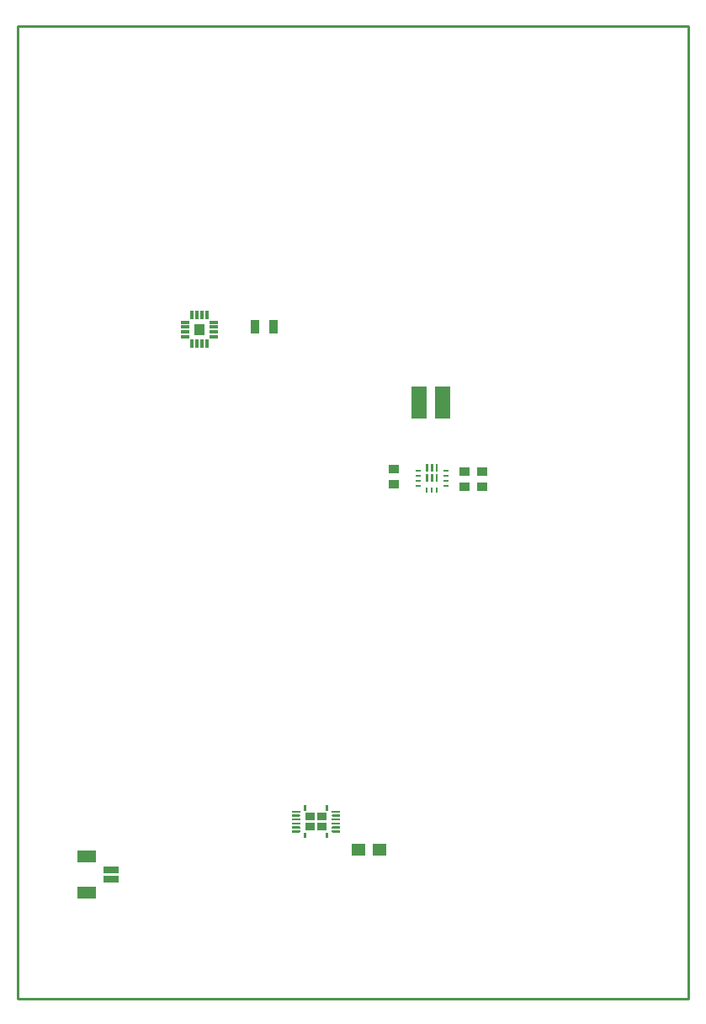
<source format=gtp>
G04*
G04 #@! TF.GenerationSoftware,Altium Limited,Altium Designer,22.0.2 (36)*
G04*
G04 Layer_Color=8421504*
%FSLAX25Y25*%
%MOIN*%
G70*
G04*
G04 #@! TF.SameCoordinates,67E39877-474A-4780-B11E-DC456855A8CC*
G04*
G04*
G04 #@! TF.FilePolarity,Positive*
G04*
G01*
G75*
%ADD14C,0.01000*%
%ADD15R,0.02362X0.00945*%
%ADD16R,0.00945X0.02362*%
G04:AMPARAMS|DCode=17|XSize=33.86mil|YSize=10.24mil|CornerRadius=1.28mil|HoleSize=0mil|Usage=FLASHONLY|Rotation=0.000|XOffset=0mil|YOffset=0mil|HoleType=Round|Shape=RoundedRectangle|*
%AMROUNDEDRECTD17*
21,1,0.03386,0.00768,0,0,0.0*
21,1,0.03130,0.01024,0,0,0.0*
1,1,0.00256,0.01565,-0.00384*
1,1,0.00256,-0.01565,-0.00384*
1,1,0.00256,-0.01565,0.00384*
1,1,0.00256,0.01565,0.00384*
%
%ADD17ROUNDEDRECTD17*%
G04:AMPARAMS|DCode=18|XSize=33.86mil|YSize=10.24mil|CornerRadius=1.28mil|HoleSize=0mil|Usage=FLASHONLY|Rotation=90.000|XOffset=0mil|YOffset=0mil|HoleType=Round|Shape=RoundedRectangle|*
%AMROUNDEDRECTD18*
21,1,0.03386,0.00768,0,0,90.0*
21,1,0.03130,0.01024,0,0,90.0*
1,1,0.00256,0.00384,0.01565*
1,1,0.00256,0.00384,-0.01565*
1,1,0.00256,-0.00384,-0.01565*
1,1,0.00256,-0.00384,0.01565*
%
%ADD18ROUNDEDRECTD18*%
%ADD19R,0.06100X0.02600*%
%ADD20R,0.07500X0.05100*%
%ADD21R,0.03858X0.03740*%
%ADD22R,0.03622X0.05433*%
%ADD23R,0.05315X0.04921*%
%ADD24R,0.06100X0.12600*%
G36*
X73870Y262630D02*
X69697D01*
Y266803D01*
X73870D01*
Y262630D01*
D02*
G37*
G36*
X166291Y208388D02*
X165425D01*
Y211518D01*
X166291D01*
Y208388D01*
D02*
G37*
G36*
X164402D02*
X163457D01*
Y211518D01*
X164402D01*
Y208388D01*
D02*
G37*
G36*
X162433D02*
X161567D01*
Y211518D01*
X162433D01*
Y208388D01*
D02*
G37*
G36*
X166291Y204490D02*
X165425D01*
Y207620D01*
X166291D01*
Y204490D01*
D02*
G37*
G36*
X164402D02*
X163457D01*
Y207620D01*
X164402D01*
Y204490D01*
D02*
G37*
G36*
X162433D02*
X161567D01*
Y207620D01*
X162433D01*
Y204490D01*
D02*
G37*
G36*
X122823Y74331D02*
X121839D01*
Y76398D01*
X122823D01*
Y74331D01*
D02*
G37*
G36*
X114161D02*
X113177D01*
Y76398D01*
X114161D01*
Y74331D01*
D02*
G37*
G36*
X127350Y73937D02*
Y73543D01*
X124594D01*
X124574Y73544D01*
X124553Y73545D01*
X124533Y73548D01*
X124513Y73552D01*
X124493Y73557D01*
X124473Y73563D01*
X124453Y73570D01*
X124434Y73577D01*
X124416Y73586D01*
X124398Y73596D01*
X124380Y73607D01*
X124363Y73619D01*
X124347Y73631D01*
X124331Y73644D01*
X124316Y73659D01*
X124302Y73674D01*
X124288Y73689D01*
X124276Y73706D01*
X124264Y73723D01*
X124253Y73740D01*
X124244Y73758D01*
X124235Y73777D01*
X124227Y73796D01*
X124220Y73815D01*
X124214Y73835D01*
X124209Y73855D01*
X124206Y73875D01*
X124203Y73896D01*
X124201Y73916D01*
X124201Y73937D01*
X124201Y73958D01*
X124203Y73978D01*
X124206Y73999D01*
X124209Y74019D01*
X124214Y74039D01*
X124220Y74059D01*
X124227Y74078D01*
X124235Y74097D01*
X124244Y74116D01*
X124253Y74134D01*
X124264Y74151D01*
X124276Y74168D01*
X124288Y74185D01*
X124302Y74200D01*
X124316Y74215D01*
X124331Y74230D01*
X124347Y74243D01*
X124363Y74256D01*
X124380Y74267D01*
X124398Y74278D01*
X124416Y74288D01*
X124434Y74297D01*
X124453Y74305D01*
X124473Y74311D01*
X124493Y74317D01*
X124513Y74322D01*
X124533Y74326D01*
X124553Y74329D01*
X124574Y74330D01*
X124594Y74331D01*
X127350D01*
Y73937D01*
D02*
G37*
G36*
X111426Y74330D02*
X111447Y74329D01*
X111467Y74326D01*
X111487Y74322D01*
X111507Y74317D01*
X111527Y74311D01*
X111547Y74305D01*
X111566Y74297D01*
X111584Y74288D01*
X111602Y74278D01*
X111620Y74267D01*
X111637Y74256D01*
X111653Y74243D01*
X111669Y74230D01*
X111684Y74215D01*
X111698Y74200D01*
X111712Y74185D01*
X111724Y74168D01*
X111736Y74151D01*
X111747Y74134D01*
X111756Y74116D01*
X111765Y74097D01*
X111773Y74078D01*
X111780Y74059D01*
X111786Y74039D01*
X111791Y74019D01*
X111794Y73999D01*
X111797Y73978D01*
X111799Y73958D01*
X111799Y73937D01*
X111799Y73916D01*
X111797Y73896D01*
X111794Y73875D01*
X111791Y73855D01*
X111786Y73835D01*
X111780Y73815D01*
X111773Y73796D01*
X111765Y73777D01*
X111756Y73758D01*
X111747Y73740D01*
X111736Y73723D01*
X111724Y73706D01*
X111712Y73689D01*
X111698Y73674D01*
X111684Y73659D01*
X111669Y73644D01*
X111653Y73631D01*
X111637Y73619D01*
X111620Y73607D01*
X111602Y73596D01*
X111584Y73586D01*
X111566Y73577D01*
X111547Y73570D01*
X111527Y73563D01*
X111507Y73557D01*
X111487Y73552D01*
X111467Y73548D01*
X111447Y73545D01*
X111426Y73544D01*
X111406Y73543D01*
X108650D01*
Y73937D01*
Y74331D01*
X111406D01*
X111426Y74330D01*
D02*
G37*
G36*
X127350Y72362D02*
Y71969D01*
X124594D01*
X124574Y71969D01*
X124553Y71971D01*
X124533Y71973D01*
X124513Y71977D01*
X124493Y71982D01*
X124473Y71988D01*
X124453Y71995D01*
X124434Y72003D01*
X124416Y72011D01*
X124398Y72021D01*
X124380Y72032D01*
X124363Y72044D01*
X124347Y72056D01*
X124331Y72070D01*
X124316Y72084D01*
X124302Y72099D01*
X124288Y72114D01*
X124276Y72131D01*
X124264Y72148D01*
X124253Y72165D01*
X124244Y72184D01*
X124235Y72202D01*
X124227Y72221D01*
X124220Y72241D01*
X124214Y72260D01*
X124209Y72280D01*
X124206Y72301D01*
X124203Y72321D01*
X124201Y72342D01*
X124201Y72362D01*
X124201Y72383D01*
X124203Y72403D01*
X124206Y72424D01*
X124209Y72444D01*
X124214Y72464D01*
X124220Y72484D01*
X124227Y72503D01*
X124235Y72522D01*
X124244Y72541D01*
X124253Y72559D01*
X124264Y72577D01*
X124276Y72594D01*
X124288Y72610D01*
X124302Y72626D01*
X124316Y72641D01*
X124331Y72655D01*
X124347Y72668D01*
X124363Y72681D01*
X124380Y72692D01*
X124398Y72703D01*
X124416Y72713D01*
X124434Y72722D01*
X124453Y72730D01*
X124473Y72737D01*
X124493Y72742D01*
X124513Y72747D01*
X124533Y72751D01*
X124553Y72754D01*
X124574Y72755D01*
X124594Y72756D01*
X127350D01*
Y72362D01*
D02*
G37*
G36*
X111426Y72755D02*
X111447Y72754D01*
X111467Y72751D01*
X111487Y72747D01*
X111507Y72742D01*
X111527Y72737D01*
X111547Y72730D01*
X111566Y72722D01*
X111584Y72713D01*
X111602Y72703D01*
X111620Y72692D01*
X111637Y72681D01*
X111653Y72668D01*
X111669Y72655D01*
X111684Y72641D01*
X111698Y72626D01*
X111712Y72610D01*
X111724Y72594D01*
X111736Y72577D01*
X111747Y72559D01*
X111756Y72541D01*
X111765Y72522D01*
X111773Y72503D01*
X111780Y72484D01*
X111786Y72464D01*
X111791Y72444D01*
X111794Y72424D01*
X111797Y72403D01*
X111799Y72383D01*
X111799Y72362D01*
X111799Y72342D01*
X111797Y72321D01*
X111794Y72301D01*
X111791Y72280D01*
X111786Y72260D01*
X111780Y72241D01*
X111773Y72221D01*
X111765Y72202D01*
X111756Y72184D01*
X111747Y72165D01*
X111736Y72148D01*
X111724Y72131D01*
X111712Y72114D01*
X111698Y72099D01*
X111684Y72084D01*
X111669Y72070D01*
X111653Y72056D01*
X111637Y72044D01*
X111620Y72032D01*
X111602Y72021D01*
X111584Y72011D01*
X111566Y72003D01*
X111547Y71995D01*
X111527Y71988D01*
X111507Y71982D01*
X111487Y71977D01*
X111467Y71973D01*
X111447Y71971D01*
X111426Y71969D01*
X111406Y71969D01*
X108650D01*
Y72362D01*
Y72756D01*
X111406D01*
X111426Y72755D01*
D02*
G37*
G36*
X127350Y70787D02*
Y70394D01*
X124594D01*
X124574Y70394D01*
X124553Y70396D01*
X124533Y70399D01*
X124513Y70402D01*
X124493Y70407D01*
X124473Y70413D01*
X124453Y70420D01*
X124434Y70428D01*
X124416Y70437D01*
X124398Y70446D01*
X124380Y70457D01*
X124363Y70469D01*
X124347Y70481D01*
X124331Y70495D01*
X124316Y70509D01*
X124302Y70524D01*
X124288Y70540D01*
X124276Y70556D01*
X124264Y70573D01*
X124253Y70591D01*
X124244Y70609D01*
X124235Y70627D01*
X124227Y70646D01*
X124220Y70666D01*
X124214Y70685D01*
X124209Y70706D01*
X124206Y70726D01*
X124203Y70746D01*
X124201Y70767D01*
X124201Y70787D01*
X124201Y70808D01*
X124203Y70828D01*
X124206Y70849D01*
X124209Y70869D01*
X124214Y70889D01*
X124220Y70909D01*
X124227Y70929D01*
X124235Y70947D01*
X124244Y70966D01*
X124253Y70984D01*
X124264Y71002D01*
X124276Y71019D01*
X124288Y71035D01*
X124302Y71051D01*
X124316Y71066D01*
X124331Y71080D01*
X124347Y71093D01*
X124363Y71106D01*
X124380Y71118D01*
X124398Y71128D01*
X124416Y71138D01*
X124434Y71147D01*
X124453Y71155D01*
X124473Y71162D01*
X124493Y71168D01*
X124513Y71172D01*
X124533Y71176D01*
X124553Y71179D01*
X124574Y71181D01*
X124594Y71181D01*
X127350D01*
Y70787D01*
D02*
G37*
G36*
X122331Y70394D02*
X118394D01*
Y73543D01*
X122331D01*
Y70394D01*
D02*
G37*
G36*
X117606D02*
X113669D01*
Y73543D01*
X117606D01*
Y70394D01*
D02*
G37*
G36*
X111426Y71181D02*
X111447Y71179D01*
X111467Y71176D01*
X111487Y71172D01*
X111507Y71168D01*
X111527Y71162D01*
X111547Y71155D01*
X111566Y71147D01*
X111584Y71138D01*
X111602Y71128D01*
X111620Y71118D01*
X111637Y71106D01*
X111653Y71093D01*
X111669Y71080D01*
X111684Y71066D01*
X111698Y71051D01*
X111712Y71035D01*
X111724Y71019D01*
X111736Y71002D01*
X111747Y70984D01*
X111756Y70966D01*
X111765Y70947D01*
X111773Y70929D01*
X111780Y70909D01*
X111786Y70889D01*
X111791Y70869D01*
X111794Y70849D01*
X111797Y70828D01*
X111799Y70808D01*
X111799Y70787D01*
X111799Y70767D01*
X111797Y70746D01*
X111794Y70726D01*
X111791Y70706D01*
X111786Y70685D01*
X111780Y70666D01*
X111773Y70646D01*
X111765Y70627D01*
X111756Y70609D01*
X111747Y70591D01*
X111736Y70573D01*
X111724Y70556D01*
X111712Y70540D01*
X111698Y70524D01*
X111684Y70509D01*
X111669Y70495D01*
X111653Y70481D01*
X111637Y70469D01*
X111620Y70457D01*
X111602Y70446D01*
X111584Y70437D01*
X111566Y70428D01*
X111547Y70420D01*
X111527Y70413D01*
X111507Y70407D01*
X111487Y70402D01*
X111467Y70399D01*
X111447Y70396D01*
X111426Y70394D01*
X111406Y70394D01*
X108650D01*
Y70787D01*
Y71181D01*
X111406D01*
X111426Y71181D01*
D02*
G37*
G36*
X127350Y69213D02*
Y68819D01*
X124594D01*
X124574Y68819D01*
X124553Y68821D01*
X124533Y68824D01*
X124513Y68827D01*
X124493Y68832D01*
X124473Y68838D01*
X124453Y68845D01*
X124434Y68853D01*
X124416Y68862D01*
X124398Y68872D01*
X124380Y68882D01*
X124363Y68894D01*
X124347Y68907D01*
X124331Y68920D01*
X124316Y68934D01*
X124302Y68949D01*
X124288Y68965D01*
X124276Y68981D01*
X124264Y68998D01*
X124253Y69016D01*
X124244Y69034D01*
X124235Y69052D01*
X124227Y69072D01*
X124220Y69091D01*
X124214Y69111D01*
X124209Y69131D01*
X124206Y69151D01*
X124203Y69172D01*
X124201Y69192D01*
X124201Y69213D01*
X124201Y69233D01*
X124203Y69254D01*
X124206Y69274D01*
X124209Y69294D01*
X124214Y69314D01*
X124220Y69334D01*
X124227Y69354D01*
X124235Y69373D01*
X124244Y69391D01*
X124253Y69410D01*
X124264Y69427D01*
X124276Y69444D01*
X124288Y69460D01*
X124302Y69476D01*
X124316Y69491D01*
X124331Y69505D01*
X124347Y69519D01*
X124363Y69531D01*
X124380Y69543D01*
X124398Y69554D01*
X124416Y69563D01*
X124434Y69572D01*
X124453Y69580D01*
X124473Y69587D01*
X124493Y69593D01*
X124513Y69598D01*
X124533Y69601D01*
X124553Y69604D01*
X124574Y69606D01*
X124594Y69606D01*
X127350D01*
Y69213D01*
D02*
G37*
G36*
X111426Y69606D02*
X111447Y69604D01*
X111467Y69601D01*
X111487Y69598D01*
X111507Y69593D01*
X111527Y69587D01*
X111547Y69580D01*
X111566Y69572D01*
X111584Y69563D01*
X111602Y69554D01*
X111620Y69543D01*
X111637Y69531D01*
X111653Y69519D01*
X111669Y69505D01*
X111684Y69491D01*
X111698Y69476D01*
X111712Y69460D01*
X111724Y69444D01*
X111736Y69427D01*
X111747Y69410D01*
X111756Y69391D01*
X111765Y69373D01*
X111773Y69354D01*
X111780Y69334D01*
X111786Y69314D01*
X111791Y69294D01*
X111794Y69274D01*
X111797Y69254D01*
X111799Y69233D01*
X111799Y69213D01*
X111799Y69192D01*
X111797Y69172D01*
X111794Y69151D01*
X111791Y69131D01*
X111786Y69111D01*
X111780Y69091D01*
X111773Y69072D01*
X111765Y69052D01*
X111756Y69034D01*
X111747Y69016D01*
X111736Y68998D01*
X111724Y68981D01*
X111712Y68965D01*
X111698Y68949D01*
X111684Y68934D01*
X111669Y68920D01*
X111653Y68907D01*
X111637Y68894D01*
X111620Y68882D01*
X111602Y68872D01*
X111584Y68862D01*
X111566Y68853D01*
X111547Y68845D01*
X111527Y68838D01*
X111507Y68832D01*
X111487Y68827D01*
X111467Y68824D01*
X111447Y68821D01*
X111426Y68819D01*
X111406Y68819D01*
X108650D01*
Y69213D01*
Y69606D01*
X111406D01*
X111426Y69606D01*
D02*
G37*
G36*
X127350Y67638D02*
Y67244D01*
X124594D01*
X124574Y67245D01*
X124553Y67246D01*
X124533Y67249D01*
X124513Y67253D01*
X124493Y67257D01*
X124473Y67263D01*
X124453Y67270D01*
X124434Y67278D01*
X124416Y67287D01*
X124398Y67297D01*
X124380Y67308D01*
X124363Y67319D01*
X124347Y67332D01*
X124331Y67345D01*
X124316Y67359D01*
X124302Y67374D01*
X124288Y67390D01*
X124276Y67406D01*
X124264Y67423D01*
X124253Y67441D01*
X124244Y67459D01*
X124235Y67478D01*
X124227Y67497D01*
X124220Y67516D01*
X124214Y67536D01*
X124209Y67556D01*
X124206Y67576D01*
X124203Y67597D01*
X124201Y67617D01*
X124201Y67638D01*
X124201Y67658D01*
X124203Y67679D01*
X124206Y67699D01*
X124209Y67720D01*
X124214Y67740D01*
X124220Y67760D01*
X124227Y67779D01*
X124235Y67798D01*
X124244Y67817D01*
X124253Y67835D01*
X124264Y67852D01*
X124276Y67869D01*
X124288Y67886D01*
X124302Y67901D01*
X124316Y67916D01*
X124331Y67930D01*
X124347Y67944D01*
X124363Y67956D01*
X124380Y67968D01*
X124398Y67979D01*
X124416Y67989D01*
X124434Y67997D01*
X124453Y68005D01*
X124473Y68012D01*
X124493Y68018D01*
X124513Y68023D01*
X124533Y68027D01*
X124553Y68029D01*
X124574Y68031D01*
X124594Y68032D01*
X127350D01*
Y67638D01*
D02*
G37*
G36*
X111426Y68031D02*
X111447Y68029D01*
X111467Y68027D01*
X111487Y68023D01*
X111507Y68018D01*
X111527Y68012D01*
X111547Y68005D01*
X111566Y67997D01*
X111584Y67989D01*
X111602Y67979D01*
X111620Y67968D01*
X111637Y67956D01*
X111653Y67944D01*
X111669Y67930D01*
X111684Y67916D01*
X111698Y67901D01*
X111712Y67886D01*
X111724Y67869D01*
X111736Y67852D01*
X111747Y67835D01*
X111756Y67817D01*
X111765Y67798D01*
X111773Y67779D01*
X111780Y67760D01*
X111786Y67740D01*
X111791Y67720D01*
X111794Y67699D01*
X111797Y67679D01*
X111799Y67658D01*
X111799Y67638D01*
X111799Y67617D01*
X111797Y67597D01*
X111794Y67576D01*
X111791Y67556D01*
X111786Y67536D01*
X111780Y67516D01*
X111773Y67497D01*
X111765Y67478D01*
X111756Y67459D01*
X111747Y67441D01*
X111736Y67423D01*
X111724Y67406D01*
X111712Y67390D01*
X111698Y67374D01*
X111684Y67359D01*
X111669Y67345D01*
X111653Y67332D01*
X111637Y67319D01*
X111620Y67308D01*
X111602Y67297D01*
X111584Y67287D01*
X111566Y67278D01*
X111547Y67270D01*
X111527Y67263D01*
X111507Y67257D01*
X111487Y67253D01*
X111467Y67249D01*
X111447Y67246D01*
X111426Y67245D01*
X111406Y67244D01*
X108650D01*
Y67638D01*
Y68032D01*
X111406D01*
X111426Y68031D01*
D02*
G37*
G36*
X122331Y66457D02*
X118394D01*
Y69606D01*
X122331D01*
Y66457D01*
D02*
G37*
G36*
X117606D02*
X113669D01*
Y69606D01*
X117606D01*
Y66457D01*
D02*
G37*
G36*
X127350Y66063D02*
Y65669D01*
X124594D01*
X124574Y65670D01*
X124553Y65671D01*
X124533Y65674D01*
X124513Y65678D01*
X124493Y65683D01*
X124473Y65689D01*
X124453Y65695D01*
X124434Y65703D01*
X124416Y65712D01*
X124398Y65722D01*
X124380Y65733D01*
X124363Y65745D01*
X124347Y65757D01*
X124331Y65770D01*
X124316Y65785D01*
X124302Y65799D01*
X124288Y65815D01*
X124276Y65832D01*
X124264Y65849D01*
X124253Y65866D01*
X124244Y65884D01*
X124235Y65903D01*
X124227Y65922D01*
X124220Y65941D01*
X124214Y65961D01*
X124209Y65981D01*
X124206Y66001D01*
X124203Y66022D01*
X124201Y66042D01*
X124201Y66063D01*
X124201Y66084D01*
X124203Y66104D01*
X124206Y66125D01*
X124209Y66145D01*
X124214Y66165D01*
X124220Y66185D01*
X124227Y66204D01*
X124235Y66223D01*
X124244Y66242D01*
X124253Y66260D01*
X124264Y66277D01*
X124276Y66294D01*
X124288Y66311D01*
X124302Y66326D01*
X124316Y66341D01*
X124331Y66356D01*
X124347Y66369D01*
X124363Y66382D01*
X124380Y66393D01*
X124398Y66404D01*
X124416Y66414D01*
X124434Y66423D01*
X124453Y66430D01*
X124473Y66437D01*
X124493Y66443D01*
X124513Y66448D01*
X124533Y66452D01*
X124553Y66454D01*
X124574Y66456D01*
X124594Y66457D01*
X127350D01*
Y66063D01*
D02*
G37*
G36*
X111426Y66456D02*
X111447Y66454D01*
X111467Y66452D01*
X111487Y66448D01*
X111507Y66443D01*
X111527Y66437D01*
X111547Y66430D01*
X111566Y66423D01*
X111584Y66414D01*
X111602Y66404D01*
X111620Y66393D01*
X111637Y66382D01*
X111653Y66369D01*
X111669Y66356D01*
X111684Y66341D01*
X111698Y66326D01*
X111712Y66311D01*
X111724Y66294D01*
X111736Y66277D01*
X111747Y66260D01*
X111756Y66242D01*
X111765Y66223D01*
X111773Y66204D01*
X111780Y66185D01*
X111786Y66165D01*
X111791Y66145D01*
X111794Y66125D01*
X111797Y66104D01*
X111799Y66084D01*
X111799Y66063D01*
X111799Y66042D01*
X111797Y66022D01*
X111794Y66001D01*
X111791Y65981D01*
X111786Y65961D01*
X111780Y65941D01*
X111773Y65922D01*
X111765Y65903D01*
X111756Y65884D01*
X111747Y65866D01*
X111736Y65849D01*
X111724Y65832D01*
X111712Y65815D01*
X111698Y65799D01*
X111684Y65785D01*
X111669Y65770D01*
X111653Y65757D01*
X111637Y65745D01*
X111620Y65733D01*
X111602Y65722D01*
X111584Y65712D01*
X111566Y65703D01*
X111547Y65695D01*
X111527Y65689D01*
X111507Y65683D01*
X111487Y65678D01*
X111467Y65674D01*
X111447Y65671D01*
X111426Y65670D01*
X111406Y65669D01*
X108650D01*
Y66063D01*
Y66457D01*
X111406D01*
X111426Y66456D01*
D02*
G37*
G36*
X122823Y63602D02*
X121839D01*
Y65669D01*
X122823D01*
Y63602D01*
D02*
G37*
G36*
X114161D02*
X113177D01*
Y65669D01*
X114161D01*
Y63602D01*
D02*
G37*
D14*
X0Y0D02*
X265500D01*
X0Y385000D02*
X265500D01*
Y0D02*
Y385000D01*
X0Y0D02*
Y385000D01*
D15*
X158417Y208772D02*
D03*
Y206803D02*
D03*
Y204835D02*
D03*
Y202866D02*
D03*
X169441D02*
D03*
Y204835D02*
D03*
Y206803D02*
D03*
Y208772D02*
D03*
D16*
X161961Y201291D02*
D03*
X163929D02*
D03*
X165898D02*
D03*
D17*
X77433Y267669D02*
D03*
Y265701D02*
D03*
Y263732D02*
D03*
Y261764D02*
D03*
X66134D02*
D03*
Y263732D02*
D03*
Y265701D02*
D03*
Y267669D02*
D03*
D18*
X68831Y270366D02*
D03*
X70799D02*
D03*
X72768D02*
D03*
X74736D02*
D03*
Y259067D02*
D03*
X72768D02*
D03*
X70799D02*
D03*
X68831D02*
D03*
D19*
X37000Y51000D02*
D03*
Y47063D02*
D03*
D20*
X27059Y56118D02*
D03*
Y41945D02*
D03*
D21*
X177000Y202496D02*
D03*
Y208504D02*
D03*
X184000Y202496D02*
D03*
Y208504D02*
D03*
X149000Y203496D02*
D03*
Y209504D02*
D03*
D22*
X101260Y266000D02*
D03*
X93740D02*
D03*
D23*
X134768Y59000D02*
D03*
X143232D02*
D03*
D24*
X158850Y236000D02*
D03*
X168150D02*
D03*
M02*

</source>
